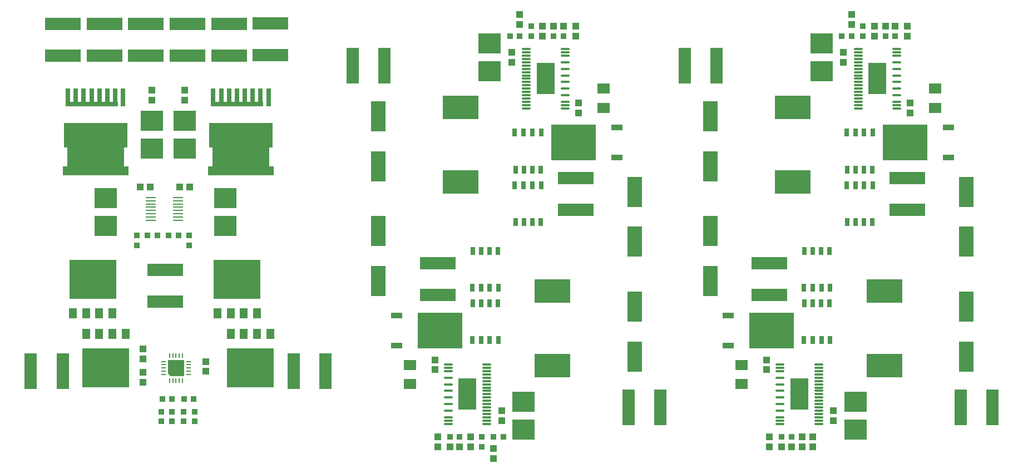
<source format=gtp>
G04*
G04 #@! TF.GenerationSoftware,Altium Limited,Altium Designer,25.4.2 (15)*
G04*
G04 Layer_Color=8421504*
%FSAX44Y44*%
%MOMM*%
G71*
G04*
G04 #@! TF.SameCoordinates,DDFFB4A4-4E3D-46BD-814A-B4F9BFA491BB*
G04*
G04*
G04 #@! TF.FilePolarity,Positive*
G04*
G01*
G75*
G04:AMPARAMS|DCode=15|XSize=1.5404mm|YSize=0.2525mm|CornerRadius=0.1262mm|HoleSize=0mm|Usage=FLASHONLY|Rotation=180.000|XOffset=0mm|YOffset=0mm|HoleType=Round|Shape=RoundedRectangle|*
%AMROUNDEDRECTD15*
21,1,1.5404,0.0000,0,0,180.0*
21,1,1.2880,0.2525,0,0,180.0*
1,1,0.2525,-0.6440,0.0000*
1,1,0.2525,0.6440,0.0000*
1,1,0.2525,0.6440,0.0000*
1,1,0.2525,-0.6440,0.0000*
%
%ADD15ROUNDEDRECTD15*%
%ADD16R,1.5404X0.2525*%
%ADD17R,5.4000X1.9500*%
%ADD18R,0.8000X2.8000*%
%ADD19R,8.7000X2.9000*%
%ADD20R,2.7400X4.7500*%
%ADD21O,1.4000X0.3150*%
%ADD22R,5.5000X3.6500*%
%ADD23R,0.6500X1.2000*%
%ADD24R,3.4500X3.1000*%
%ADD25R,2.3000X4.5500*%
%ADD26R,1.9500X5.4000*%
%ADD27R,1.3000X1.6000*%
%ADD28R,7.1500X6.0000*%
%ADD29R,1.0500X1.0000*%
%ADD30R,0.9500X0.9500*%
%ADD31R,0.9500X0.9500*%
%ADD32R,1.0000X1.0500*%
%ADD33R,2.0000X2.0000*%
G04:AMPARAMS|DCode=34|XSize=0.75mm|YSize=0.25mm|CornerRadius=0.0625mm|HoleSize=0mm|Usage=FLASHONLY|Rotation=180.000|XOffset=0mm|YOffset=0mm|HoleType=Round|Shape=RoundedRectangle|*
%AMROUNDEDRECTD34*
21,1,0.7500,0.1250,0,0,180.0*
21,1,0.6250,0.2500,0,0,180.0*
1,1,0.1250,-0.3125,0.0625*
1,1,0.1250,0.3125,0.0625*
1,1,0.1250,0.3125,-0.0625*
1,1,0.1250,-0.3125,-0.0625*
%
%ADD34ROUNDEDRECTD34*%
G04:AMPARAMS|DCode=35|XSize=0.75mm|YSize=0.25mm|CornerRadius=0.0625mm|HoleSize=0mm|Usage=FLASHONLY|Rotation=270.000|XOffset=0mm|YOffset=0mm|HoleType=Round|Shape=RoundedRectangle|*
%AMROUNDEDRECTD35*
21,1,0.7500,0.1250,0,0,270.0*
21,1,0.6250,0.2500,0,0,270.0*
1,1,0.1250,-0.0625,-0.3125*
1,1,0.1250,-0.0625,0.3125*
1,1,0.1250,0.0625,0.3125*
1,1,0.1250,0.0625,-0.3125*
%
%ADD35ROUNDEDRECTD35*%
%ADD36R,1.9062X1.5546*%
%ADD37R,6.8000X5.5000*%
%ADD38R,1.7000X0.9500*%
%ADD39R,9.7000X3.7000*%
%ADD40R,10.1000X1.4000*%
%ADD41R,8.0000X0.8000*%
G36*
X00278863Y00212004D02*
X00279004Y00211863D01*
X00279080Y00211679D01*
X00279080Y00211580D01*
Y00211580D01*
Y00211580D01*
D01*
X00279081Y00188079D01*
X00279081Y00187980D01*
X00279004Y00187796D01*
X00278864Y00187656D01*
X00278680Y00187580D01*
X00278580Y00187580D01*
X00278580Y00187580D01*
X00258580Y00187580D01*
X00258461Y00187580D01*
X00258228Y00187626D01*
X00258008Y00187717D01*
X00257810Y00187850D01*
X00257726Y00187934D01*
X00257726Y00187934D01*
X00254934Y00190726D01*
X00254850Y00190810D01*
X00254717Y00191008D01*
X00254626Y00191228D01*
X00254580Y00191461D01*
Y00191580D01*
X00254580D01*
X00254580Y00211580D01*
Y00211679D01*
X00254657Y00211863D01*
X00254797Y00212003D01*
X00254981Y00212079D01*
X00255081Y00212079D01*
X00255081Y00212080D01*
X00278580Y00212080D01*
X00278679Y00212080D01*
X00278863Y00212004D01*
D02*
G37*
D15*
X00228047Y00424430D02*
D03*
Y00429430D02*
D03*
Y00434430D02*
D03*
Y00439430D02*
D03*
Y00444430D02*
D03*
Y00449430D02*
D03*
Y00454430D02*
D03*
Y00459430D02*
D03*
X00270244D02*
D03*
Y00454430D02*
D03*
Y00449430D02*
D03*
Y00444430D02*
D03*
Y00439430D02*
D03*
Y00434430D02*
D03*
Y00429430D02*
D03*
D16*
Y00424430D02*
D03*
D17*
X00410000Y00675750D02*
D03*
Y00724250D02*
D03*
X00284207Y00723780D02*
D03*
Y00675280D02*
D03*
X00347390D02*
D03*
Y00723780D02*
D03*
X00250000Y00300750D02*
D03*
Y00349250D02*
D03*
X00665000Y00359250D02*
D03*
Y00310750D02*
D03*
X00875000Y00440750D02*
D03*
Y00489250D02*
D03*
X01380000Y00440750D02*
D03*
Y00489250D02*
D03*
X00094660Y00723780D02*
D03*
Y00675280D02*
D03*
X01170000Y00359250D02*
D03*
Y00310750D02*
D03*
X00157843Y00723780D02*
D03*
Y00675280D02*
D03*
X00221025Y00723780D02*
D03*
Y00675280D02*
D03*
D18*
X00371530Y00611490D02*
D03*
X00359530D02*
D03*
X00347530D02*
D03*
X00335530D02*
D03*
X00323530D02*
D03*
X00383530D02*
D03*
X00395530D02*
D03*
X00407530D02*
D03*
X00150200D02*
D03*
X00138200D02*
D03*
X00126200D02*
D03*
X00114200D02*
D03*
X00102200D02*
D03*
X00162200D02*
D03*
X00174200D02*
D03*
X00186200D02*
D03*
D19*
X00365530Y00520995D02*
D03*
X00144200D02*
D03*
D20*
X00710500Y00160000D02*
D03*
X00829500Y00640000D02*
D03*
X01334500Y00640000D02*
D03*
X01215500Y00160000D02*
D03*
D21*
X00681000Y00205000D02*
D03*
Y00200000D02*
D03*
Y00195000D02*
D03*
Y00185000D02*
D03*
Y00175000D02*
D03*
Y00165000D02*
D03*
Y00155000D02*
D03*
Y00145000D02*
D03*
Y00135000D02*
D03*
Y00125000D02*
D03*
Y00120000D02*
D03*
Y00115000D02*
D03*
X00740000Y00205000D02*
D03*
Y00200000D02*
D03*
Y00195000D02*
D03*
Y00190000D02*
D03*
Y00185000D02*
D03*
Y00180000D02*
D03*
Y00175000D02*
D03*
Y00170000D02*
D03*
Y00165000D02*
D03*
Y00160000D02*
D03*
Y00155000D02*
D03*
Y00150000D02*
D03*
Y00145000D02*
D03*
Y00140000D02*
D03*
Y00135000D02*
D03*
Y00130000D02*
D03*
Y00125000D02*
D03*
Y00120000D02*
D03*
Y00115000D02*
D03*
X00859000Y00595000D02*
D03*
Y00600000D02*
D03*
Y00605000D02*
D03*
Y00615000D02*
D03*
Y00625000D02*
D03*
Y00635000D02*
D03*
Y00645000D02*
D03*
Y00655000D02*
D03*
Y00665000D02*
D03*
Y00675000D02*
D03*
Y00680000D02*
D03*
Y00685000D02*
D03*
X00800000Y00595000D02*
D03*
Y00600000D02*
D03*
Y00605000D02*
D03*
Y00610000D02*
D03*
Y00615000D02*
D03*
Y00620000D02*
D03*
Y00625000D02*
D03*
Y00630000D02*
D03*
Y00635000D02*
D03*
Y00640000D02*
D03*
Y00645000D02*
D03*
Y00650000D02*
D03*
Y00655000D02*
D03*
Y00660000D02*
D03*
Y00665000D02*
D03*
Y00670000D02*
D03*
Y00675000D02*
D03*
Y00680000D02*
D03*
Y00685000D02*
D03*
X01364000Y00595000D02*
D03*
Y00600000D02*
D03*
Y00605000D02*
D03*
Y00615000D02*
D03*
Y00625000D02*
D03*
Y00635000D02*
D03*
Y00645000D02*
D03*
Y00655000D02*
D03*
Y00665000D02*
D03*
Y00675000D02*
D03*
Y00680000D02*
D03*
Y00685000D02*
D03*
X01305000Y00595000D02*
D03*
Y00600000D02*
D03*
Y00605000D02*
D03*
Y00610000D02*
D03*
Y00615000D02*
D03*
Y00620000D02*
D03*
Y00625000D02*
D03*
Y00630000D02*
D03*
Y00635000D02*
D03*
Y00640000D02*
D03*
Y00645000D02*
D03*
Y00650000D02*
D03*
Y00655000D02*
D03*
Y00660000D02*
D03*
Y00665000D02*
D03*
Y00670000D02*
D03*
Y00675000D02*
D03*
Y00680000D02*
D03*
Y00685000D02*
D03*
X01186000Y00205000D02*
D03*
Y00200000D02*
D03*
Y00195000D02*
D03*
Y00185000D02*
D03*
Y00175000D02*
D03*
Y00165000D02*
D03*
Y00155000D02*
D03*
Y00145000D02*
D03*
Y00135000D02*
D03*
Y00125000D02*
D03*
Y00120000D02*
D03*
Y00115000D02*
D03*
X01245000Y00205000D02*
D03*
Y00200000D02*
D03*
Y00195000D02*
D03*
Y00190000D02*
D03*
Y00185000D02*
D03*
Y00180000D02*
D03*
Y00175000D02*
D03*
Y00170000D02*
D03*
Y00165000D02*
D03*
Y00160000D02*
D03*
Y00155000D02*
D03*
Y00150000D02*
D03*
Y00145000D02*
D03*
Y00140000D02*
D03*
Y00135000D02*
D03*
Y00130000D02*
D03*
Y00125000D02*
D03*
Y00120000D02*
D03*
Y00115000D02*
D03*
D22*
X01205000Y00483250D02*
D03*
Y00596750D02*
D03*
X00700000Y00596750D02*
D03*
Y00483250D02*
D03*
X01345000Y00203250D02*
D03*
Y00316750D02*
D03*
X00840000Y00203250D02*
D03*
Y00316750D02*
D03*
D23*
X00783450Y00421750D02*
D03*
X00796150D02*
D03*
X00808850D02*
D03*
X00821550D02*
D03*
X00822566Y00477940D02*
D03*
X00809104D02*
D03*
X00795896D02*
D03*
X00782434D02*
D03*
X01288450Y00421750D02*
D03*
X01301150D02*
D03*
X01313850D02*
D03*
X01326550D02*
D03*
X01327566Y00477940D02*
D03*
X01314104D02*
D03*
X01300896D02*
D03*
X01287434D02*
D03*
X01288450Y00501750D02*
D03*
X01301150D02*
D03*
X01313850D02*
D03*
X01326550D02*
D03*
X01327566Y00557940D02*
D03*
X01314104D02*
D03*
X01300896D02*
D03*
X01287434D02*
D03*
X00757566Y00322060D02*
D03*
X00744104D02*
D03*
X00730896D02*
D03*
X00717434D02*
D03*
X00718450Y00378250D02*
D03*
X00731150D02*
D03*
X00743850D02*
D03*
X00756550D02*
D03*
X00782434Y00557940D02*
D03*
X00795896D02*
D03*
X00809104D02*
D03*
X00822566D02*
D03*
X00821550Y00501750D02*
D03*
X00808850D02*
D03*
X00796150D02*
D03*
X00783450D02*
D03*
X00757566Y00242060D02*
D03*
X00744104D02*
D03*
X00730896D02*
D03*
X00717434D02*
D03*
X00718450Y00298250D02*
D03*
X00731150D02*
D03*
X00743850D02*
D03*
X00756550D02*
D03*
X01262566Y00322060D02*
D03*
X01249104D02*
D03*
X01235896D02*
D03*
X01222434D02*
D03*
X01223450Y00378250D02*
D03*
X01236150D02*
D03*
X01248850D02*
D03*
X01261550D02*
D03*
X01262566Y00242060D02*
D03*
X01249104D02*
D03*
X01235896D02*
D03*
X01222434D02*
D03*
X01223450Y00298250D02*
D03*
X01236150D02*
D03*
X01248850D02*
D03*
X01261550D02*
D03*
D24*
X00341500Y00415961D02*
D03*
Y00458461D02*
D03*
X00160000D02*
D03*
Y00415961D02*
D03*
X01249250Y00693750D02*
D03*
Y00651250D02*
D03*
X00280000Y00576250D02*
D03*
Y00533750D02*
D03*
X00230000Y00576250D02*
D03*
Y00533750D02*
D03*
X00744250Y00693750D02*
D03*
Y00651250D02*
D03*
X01300750Y00106250D02*
D03*
Y00148750D02*
D03*
X00795750Y00106250D02*
D03*
Y00148750D02*
D03*
D25*
X00965000Y00392000D02*
D03*
Y00468000D02*
D03*
X00965000Y00293000D02*
D03*
Y00217000D02*
D03*
X00575000Y00507000D02*
D03*
Y00583000D02*
D03*
X01470000Y00293000D02*
D03*
Y00217000D02*
D03*
X01470000Y00468000D02*
D03*
Y00392000D02*
D03*
X01080000Y00583000D02*
D03*
Y00507000D02*
D03*
X01080000Y00408000D02*
D03*
Y00332000D02*
D03*
X00575000Y00408000D02*
D03*
Y00332000D02*
D03*
D26*
X01089250Y00660000D02*
D03*
X01040750D02*
D03*
X01460750Y00139750D02*
D03*
X01509250D02*
D03*
X00584250Y00660000D02*
D03*
X00535750D02*
D03*
X00955750Y00140000D02*
D03*
X01004250D02*
D03*
X00094250Y00195000D02*
D03*
X00045750D02*
D03*
X00494250Y00195000D02*
D03*
X00445750D02*
D03*
D27*
X00110000Y00283500D02*
D03*
X00130000D02*
D03*
X00150000D02*
D03*
X00170000D02*
D03*
X00330000Y00283500D02*
D03*
X00350000D02*
D03*
X00370000D02*
D03*
X00390000D02*
D03*
X00350000Y00251500D02*
D03*
X00370000D02*
D03*
X00390000D02*
D03*
X00410000D02*
D03*
X00130000Y00251500D02*
D03*
X00150000D02*
D03*
X00170000D02*
D03*
X00190000D02*
D03*
D28*
X00140000Y00335000D02*
D03*
X00360000Y00335000D02*
D03*
X00380000Y00200000D02*
D03*
X00160000Y00200000D02*
D03*
D29*
X00212500Y00475000D02*
D03*
X00227500D02*
D03*
X00272500D02*
D03*
X00287500D02*
D03*
X01346545Y00720256D02*
D03*
X01361545D02*
D03*
X00856545Y00720256D02*
D03*
X00841545D02*
D03*
X01188455Y00079744D02*
D03*
X01203455D02*
D03*
X00683455D02*
D03*
X00698455D02*
D03*
D30*
X00260922Y00118440D02*
D03*
Y00133440D02*
D03*
X00207060Y00401290D02*
D03*
Y00386290D02*
D03*
X00295212Y00118440D02*
D03*
Y00133440D02*
D03*
X00244412Y00133440D02*
D03*
Y00118440D02*
D03*
X00278702Y00133440D02*
D03*
Y00118440D02*
D03*
X00287070Y00401290D02*
D03*
Y00386290D02*
D03*
X01312500Y00705000D02*
D03*
Y00720000D02*
D03*
X00807500Y00705000D02*
D03*
Y00720000D02*
D03*
X00732500Y00095000D02*
D03*
Y00080000D02*
D03*
D31*
X00260802Y00152610D02*
D03*
X00245802D02*
D03*
X00293822D02*
D03*
X00278822D02*
D03*
X00223690Y00401290D02*
D03*
X00238690D02*
D03*
X00255440D02*
D03*
X00270440D02*
D03*
X01280000Y00705000D02*
D03*
X01295000D02*
D03*
X01346425Y00704505D02*
D03*
X01361425D02*
D03*
X00841425Y00704506D02*
D03*
X00856425D02*
D03*
X00775000Y00705000D02*
D03*
X00790000D02*
D03*
X00698575Y00095494D02*
D03*
X00683575D02*
D03*
X01203575D02*
D03*
X01188575D02*
D03*
X00750000Y00095000D02*
D03*
X00765000D02*
D03*
D32*
X00312463Y00194753D02*
D03*
Y00209753D02*
D03*
X00216091Y00193018D02*
D03*
Y00178018D02*
D03*
X00216091Y00213791D02*
D03*
Y00228791D02*
D03*
X00875000Y00705000D02*
D03*
Y00720000D02*
D03*
X00777800Y00664956D02*
D03*
Y00679956D02*
D03*
X00879174Y00602783D02*
D03*
Y00587783D02*
D03*
X01295000Y00737500D02*
D03*
Y00722500D02*
D03*
X00790000Y00737500D02*
D03*
Y00722500D02*
D03*
X01236000Y00080250D02*
D03*
Y00095250D02*
D03*
X01329795Y00705005D02*
D03*
Y00720005D02*
D03*
X00824795Y00705005D02*
D03*
Y00720005D02*
D03*
X01282800Y00664956D02*
D03*
Y00679956D02*
D03*
X01165826Y00197216D02*
D03*
Y00212216D02*
D03*
X01170000Y00095000D02*
D03*
Y00080000D02*
D03*
X01267200Y00135044D02*
D03*
Y00120044D02*
D03*
X00660826Y00197216D02*
D03*
Y00212216D02*
D03*
X00762200Y00135044D02*
D03*
Y00120044D02*
D03*
X00665000Y00095000D02*
D03*
Y00080000D02*
D03*
X00750000Y00062500D02*
D03*
Y00077500D02*
D03*
X01220205Y00094994D02*
D03*
Y00079994D02*
D03*
X00715205Y00094994D02*
D03*
Y00079994D02*
D03*
X00280000Y00622500D02*
D03*
Y00607500D02*
D03*
X00230000Y00622500D02*
D03*
Y00607500D02*
D03*
X01380000Y00720000D02*
D03*
Y00705000D02*
D03*
X01384174Y00587783D02*
D03*
Y00602783D02*
D03*
D33*
X00266830Y00199830D02*
D03*
D34*
X00286080Y00209830D02*
D03*
Y00204830D02*
D03*
Y00199830D02*
D03*
Y00194830D02*
D03*
Y00189830D02*
D03*
X00247580Y00189830D02*
D03*
Y00194830D02*
D03*
Y00199830D02*
D03*
Y00204830D02*
D03*
Y00209830D02*
D03*
D35*
X00256830Y00219080D02*
D03*
X00261830D02*
D03*
X00266830D02*
D03*
X00271830D02*
D03*
X00276830D02*
D03*
Y00180580D02*
D03*
X00271830D02*
D03*
X00266830D02*
D03*
X00261830D02*
D03*
X00256830D02*
D03*
D36*
X00917500Y00624758D02*
D03*
Y00595242D02*
D03*
X01422500Y00624758D02*
D03*
Y00595242D02*
D03*
X01127500Y00175242D02*
D03*
Y00204758D02*
D03*
X00622500Y00175242D02*
D03*
Y00204758D02*
D03*
D37*
X01376500Y00542900D02*
D03*
X00668500Y00257100D02*
D03*
X00871500Y00542900D02*
D03*
X01173500Y00257100D02*
D03*
D38*
X01442500Y00565800D02*
D03*
Y00520000D02*
D03*
X00602500Y00280000D02*
D03*
Y00234200D02*
D03*
X00937500Y00520000D02*
D03*
Y00565800D02*
D03*
X01107500Y00280000D02*
D03*
Y00234200D02*
D03*
D39*
X00365530Y00553995D02*
D03*
X00144200Y00553995D02*
D03*
D40*
X00365530Y00499495D02*
D03*
X00144200Y00499495D02*
D03*
D41*
X00359530Y00601495D02*
D03*
X00138200D02*
D03*
M02*

</source>
